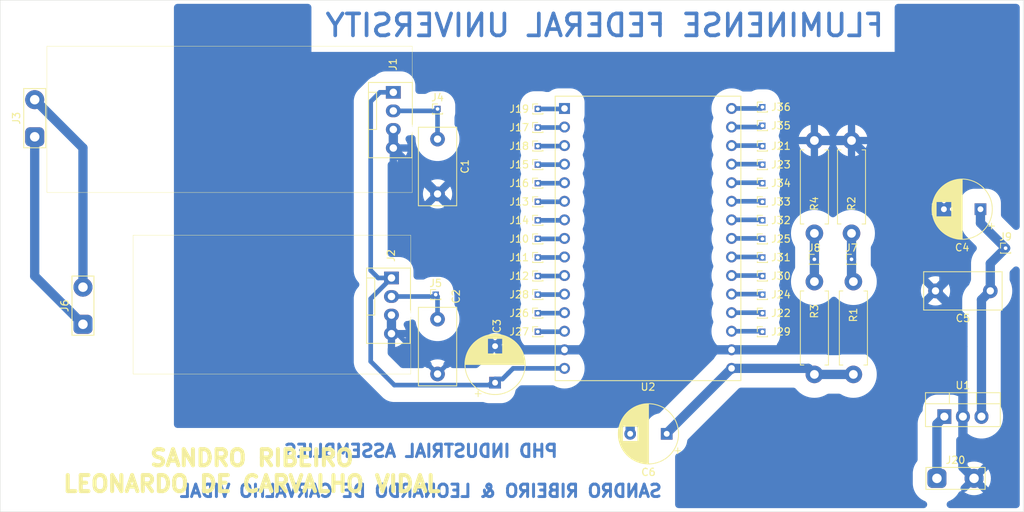
<source format=kicad_pcb>
(kicad_pcb (version 20240108) (generator "pcbnew") (generator_version "8.0")
  (layers (0 "F.Cu" signal) (31 "B.Cu" signal) (34 "B.Paste" user) (35 "F.Paste" user) (36 "B.SilkS" user "B.Silkscreen") (37 "F.SilkS" user "F.Silkscreen") (38 "B.Mask" user) (39 "F.Mask" user) (44 "Edge.Cuts" user))
  (net 0 "")
  (net 1 "Net-(J1-Pin_2)")
  (net 2 "GND")
  (net 3 "Net-(J2-Pin_2)")
  (net 4 "Net-(J1-Pin_1)")
  (net 5 "Net-(J9-Pin_1)")
  (net 6 "Net-(U2-3V3)")
  (net 7 "Net-(J3-Pin_1)")
  (net 8 "Net-(J3-Pin_2)")
  (net 9 "Net-(J7-Pin_1)")
  (net 10 "Net-(J8-Pin_1)")
  (net 11 "Net-(J10-Pin_1)")
  (net 12 "Net-(J11-Pin_1)")
  (net 13 "Net-(J12-Pin_1)")
  (net 14 "Net-(J13-Pin_1)")
  (net 15 "Net-(J14-Pin_1)")
  (net 16 "Net-(J15-Pin_1)")
  (net 17 "Net-(J16-Pin_1)")
  (net 18 "Net-(J17-Pin_1)")
  (net 19 "Net-(J18-Pin_1)")
  (net 20 "Net-(J19-Pin_1)")
  (net 21 "Net-(J20-Pin_1)")
  (net 22 "Net-(J21-Pin_1)")
  (net 23 "Net-(J22-Pin_1)")
  (net 24 "Net-(J23-Pin_1)")
  (net 25 "Net-(J24-Pin_1)")
  (net 26 "Net-(J25-Pin_1)")
  (net 27 "Net-(J26-Pin_1)")
  (net 28 "Net-(J27-Pin_1)")
  (net 29 "Net-(J28-Pin_1)")
  (net 30 "Net-(J29-Pin_1)")
  (net 31 "Net-(J30-Pin_1)")
  (net 32 "Net-(J31-Pin_1)")
  (net 33 "Net-(J32-Pin_1)")
  (net 34 "Net-(J33-Pin_1)")
  (net 35 "Net-(J34-Pin_1)")
  (net 36 "Net-(J35-Pin_1)")
  (net 37 "Net-(J36-Pin_1)")
  (footprint "Connector_PinHeader_1.00mm:PinHeader_1x01_P1.00mm_Vertical" (layer "F.Cu") (at 151.384 53.848)
    (property "Reference" "J19" (at -2.54 0 0) (layer "F.SilkS"))
    (property "Value" "Conn_01x01_Pin" (hide yes))
    (pad "1" thru_hole rect (at 0 0) (size 0.85 0.85) (drill 0.5) (layers "*.Cu" "*.Mask") (net 20 "Net-(J19-Pin_1)"))
  )
  (footprint "Connector_PinHeader_1.00mm:PinHeader_1x01_P1.00mm_Vertical" (layer "F.Cu") (at 151.384 58.928)
    (property "Reference" "J18" (at -2.54 0 0) (layer "F.SilkS"))
    (property "Value" "Conn_01x01_Pin" (hide yes))
    (pad "1" thru_hole rect (at 0 0) (size 0.85 0.85) (drill 0.5) (layers "*.Cu" "*.Mask") (net 19 "Net-(J18-Pin_1)"))
  )
  (footprint "Connector_PinHeader_1.00mm:PinHeader_1x01_P1.00mm_Vertical" (layer "F.Cu") (at 182.118 84.328)
    (property "Reference" "J29" (at 2.54 0 0) (layer "F.SilkS"))
    (property "Value" "Conn_01x01_Pin" (hide yes))
    (pad "1" thru_hole rect (at 0 0) (size 0.85 0.85) (drill 0.5) (layers "*.Cu" "*.Mask") (net 30 "Net-(J29-Pin_1)"))
  )
  (footprint "Connector_PinHeader_1.00mm:PinHeader_1x01_P1.00mm_Vertical" (layer "F.Cu") (at 137.414 79.248)
    (property "Reference" "J5" (at 0 -1.56 0) (layer "F.SilkS"))
    (property "Value" "Conn_01x01_Pin" (hide yes))
    (pad "1" thru_hole rect (at 0 0) (size 0.85 0.85) (drill 0.5) (layers "*.Cu" "*.Mask") (net 3 "Net-(J2-Pin_2)"))
  )
  (footprint "Resistor_THT:R_Axial_DIN0411_L9.9mm_D3.6mm_P12.70mm_Horizontal" (layer "F.Cu") (at 189.23 70.866 90)
    (property "Reference" "R4" (at 4.064 0 90) (layer "F.SilkS"))
    (property "Value" "10 K")
    (pad "1" thru_hole circle (at 0 0 90) (size 2.4 2.4) (drill 1.2) (layers "*.Cu" "*.Mask") (net 10 "Net-(J8-Pin_1)"))
    (pad "2" thru_hole oval (at 12.7 0 90) (size 2.4 2.4) (drill 1.2) (layers "*.Cu" "*.Mask") (net 2 "GND"))
  )
  (footprint "Connector_PinHeader_1.00mm:PinHeader_1x01_P1.00mm_Vertical" (layer "F.Cu") (at 151.384 74.168)
    (property "Reference" "J11" (at -2.54 0 0) (layer "F.SilkS"))
    (property "Value" "Conn_01x01_Pin" (hide yes))
    (pad "1" thru_hole rect (at 0 0) (size 0.85 0.85) (drill 0.5) (layers "*.Cu" "*.Mask") (net 12 "Net-(J11-Pin_1)"))
  )
  (footprint "Connector_PinHeader_1.00mm:PinHeader_1x01_P1.00mm_Vertical" (layer "F.Cu") (at 182.118 61.468)
    (property "Reference" "J23" (at 2.54 0 0) (layer "F.SilkS"))
    (property "Value" "Conn_01x01_Pin" (hide yes))
    (pad "1" thru_hole rect (at 0 0) (size 0.85 0.85) (drill 0.5) (layers "*.Cu" "*.Mask") (net 24 "Net-(J23-Pin_1)"))
  )
  (footprint "Capacitor_THT:C_Disc_D10.5mm_W5.0mm_P7.50mm" (layer "F.Cu") (at 137.668 82.61 -90)
    (property "Reference" "C2" (at -3.108 -2.54 90) (layer "F.SilkS"))
    (property "Value" "100 NF")
    (pad "1" thru_hole circle (at 0 0 270) (size 2 2) (drill 1) (layers "*.Cu" "*.Mask") (net 3 "Net-(J2-Pin_2)"))
    (pad "2" thru_hole circle (at 7.5 0 270) (size 2 2) (drill 1) (layers "*.Cu" "*.Mask") (net 2 "GND"))
  )
  (footprint "Connector_PinHeader_1.00mm:PinHeader_1x01_P1.00mm_Vertical" (layer "F.Cu") (at 182.118 56.134)
    (property "Reference" "J35" (at 2.54 0 0) (layer "F.SilkS"))
    (property "Value" "Conn_01x01_Pin" (hide yes))
    (pad "1" thru_hole rect (at 0 0) (size 0.85 0.85) (drill 0.5) (layers "*.Cu" "*.Mask") (net 36 "Net-(J35-Pin_1)"))
  )
  (footprint "Package_TO_SOT_THT:TO-220-3_Vertical" (layer "F.Cu") (at 207.01 95.941)
    (property "Reference" "U1" (at 2.54 -4.27 0) (layer "F.SilkS"))
    (property "Value" "LM7805_TO220")
    (pad "1" thru_hole rect (at 0 0) (size 1.905 2) (drill 1.1) (layers "*.Cu" "*.Mask") (net 21 "Net-(J20-Pin_1)"))
    (pad "2" thru_hole oval (at 2.54 0) (size 1.905 2) (drill 1.1) (layers "*.Cu" "*.Mask") (net 2 "GND"))
    (pad "3" thru_hole oval (at 5.08 0) (size 1.905 2) (drill 1.1) (layers "*.Cu" "*.Mask") (net 5 "Net-(J9-Pin_1)"))
  )
  (footprint "TestPoint:TestPoint_2Pads_Pitch5.08mm_Drill1.3mm" (layer "F.Cu") (at 205.994 104.394)
    (property "Reference" "J20" (at 2.54 -2.5 0) (layer "F.SilkS"))
    (property "Value" "Screw_Terminal_01x02")
    (pad "1" thru_hole roundrect (at 0 0) (size 2.6 2.6) (drill 1.3) (layers "*.Cu" "*.Mask") (net 21 "Net-(J20-Pin_1)"))
    (pad "2" thru_hole circle (at 5.08 0) (size 2.6 2.6) (drill 1.3) (layers "*.Cu" "*.Mask") (net 2 "GND"))
  )
  (footprint "Capacitor_THT:CP_Radial_D8.0mm_P5.00mm" (layer "F.Cu") (at 169.026651 98.298 180)
    (property "Reference" "C6" (at 2.5 -5.25 0) (layer "F.SilkS"))
    (property "Value" "100 UF")
    (pad "1" thru_hole rect (at 0 0 180) (size 1.6 1.6) (drill 0.8) (layers "*.Cu" "*.Mask") (net 6 "Net-(U2-3V3)"))
    (pad "2" thru_hole circle (at 5 0 180) (size 1.6 1.6) (drill 0.8) (layers "*.Cu" "*.Mask") (net 2 "GND"))
  )
  (footprint "Connector_PinHeader_1.00mm:PinHeader_1x01_P1.00mm_Vertical" (layer "F.Cu") (at 151.384 61.468)
    (property "Reference" "J15" (at -2.54 0 0) (layer "F.SilkS"))
    (property "Value" "Conn_01x01_Pin" (hide yes))
    (pad "1" thru_hole rect (at 0 0) (size 0.85 0.85) (drill 0.5) (layers "*.Cu" "*.Mask") (net 16 "Net-(J15-Pin_1)"))
  )
  (footprint "Connector_PinHeader_1.00mm:PinHeader_1x01_P1.00mm_Vertical" (layer "F.Cu") (at 137.668 53.848)
    (property "Reference" "J4" (at 0 -1.56 0) (layer "F.SilkS"))
    (property "Value" "Conn_01x01_Pin" (hide yes))
    (pad "1" thru_hole rect (at 0 0) (size 0.85 0.85) (drill 0.5) (layers "*.Cu" "*.Mask") (net 1 "Net-(J1-Pin_2)"))
  )
  (footprint "Resistor_THT:R_Axial_DIN0411_L9.9mm_D3.6mm_P12.70mm_Horizontal" (layer "F.Cu") (at 194.31 70.866 90)
    (property "Reference" "R2" (at 4.064 0 90) (layer "F.SilkS"))
    (property "Value" "10 K")
    (pad "1" thru_hole circle (at 0 0 90) (size 2.4 2.4) (drill 1.2) (layers "*.Cu" "*.Mask") (net 9 "Net-(J7-Pin_1)"))
    (pad "2" thru_hole oval (at 12.7 0 90) (size 2.4 2.4) (drill 1.2) (layers "*.Cu" "*.Mask") (net 2 "GND"))
  )
  (footprint "Connector_PinHeader_1.00mm:PinHeader_1x01_P1.00mm_Vertical" (layer "F.Cu") (at 182.118 71.628)
    (property "Reference" "J25" (at 2.54 0 0) (layer "F.SilkS"))
    (property "Value" "Conn_01x01_Pin" (hide yes))
    (pad "1" thru_hole rect (at 0 0) (size 0.85 0.85) (drill 0.5) (layers "*.Cu" "*.Mask") (net 26 "Net-(J25-Pin_1)"))
  )
  (footprint "Connector:FanPinHeader_1x04_P2.54mm_Vertical" (layer "F.Cu") (at 131.618 51.572 -90)
    (property "Reference" "J1" (at -3.82 0.046 90) (layer "F.SilkS"))
    (property "Value" "Conn_01x04_Pin" (hide yes))
    (pad "" np_thru_hole circle (at 5.08 -2.16) (size 1.1 1.1) (drill 1.1) (layers "*.Cu" "*.Mask"))
    (pad "1" thru_hole rect (at 0 0) (size 2.03 1.73) (drill 1.02) (layers "*.Cu" "*.Mask") (net 4 "Net-(J1-Pin_1)"))
    (pad "2" thru_hole oval (at 2.54 0) (size 2.03 1.73) (drill 1.02) (layers "*.Cu" "*.Mask") (net 1 "Net-(J1-Pin_2)"))
    (pad "3" thru_hole oval (at 5.08 0) (size 2.03 1.73) (drill 1.02) (layers "*.Cu" "*.Mask") (net 2 "GND"))
    (pad "4" thru_hole oval (at 7.62 0) (size 2.03 1.73) (drill 1.02) (layers "*.Cu" "*.Mask") (net 2 "GND"))
  )
  (footprint "Connector_PinHeader_1.00mm:PinHeader_1x01_P1.00mm_Vertical" (layer "F.Cu") (at 151.384 66.548)
    (property "Reference" "J13" (at -2.54 0 0) (layer "F.SilkS"))
    (property "Value" "Conn_01x01_Pin" (hide yes))
    (pad "1" thru_hole rect (at 0 0) (size 0.85 0.85) (drill 0.5) (layers "*.Cu" "*.Mask") (net 14 "Net-(J13-Pin_1)"))
  )
  (footprint "Connector_PinHeader_1.00mm:PinHeader_1x01_P1.00mm_Vertical" (layer "F.Cu") (at 151.384 69.088)
    (property "Reference" "J14" (at -2.54 0 0) (layer "F.SilkS"))
    (property "Value" "Conn_01x01_Pin" (hide yes))
    (pad "1" thru_hole rect (at 0 0) (size 0.85 0.85) (drill 0.5) (layers "*.Cu" "*.Mask") (net 15 "Net-(J14-Pin_1)"))
  )
  (footprint "Connector_PinHeader_1.00mm:PinHeader_1x01_P1.00mm_Vertical" (layer "F.Cu") (at 151.384 76.708)
    (property "Reference" "J12" (at -2.54 0 0) (layer "F.SilkS"))
    (property "Value" "Conn_01x01_Pin" (hide yes))
    (pad "1" thru_hole rect (at 0 0) (size 0.85 0.85) (drill 0.5) (layers "*.Cu" "*.Mask") (net 13 "Net-(J12-Pin_1)"))
  )
  (footprint "Connector_PinHeader_1.00mm:PinHeader_1x01_P1.00mm_Vertical" (layer "F.Cu") (at 182.118 69.088)
    (property "Reference" "J32" (at 2.54 0 0) (layer "F.SilkS"))
    (property "Value" "Conn_01x01_Pin" (hide yes))
    (pad "1" thru_hole rect (at 0 0) (size 0.85 0.85) (drill 0.5) (layers "*.Cu" "*.Mask") (net 33 "Net-(J32-Pin_1)"))
  )
  (footprint "Connector_PinHeader_1.00mm:PinHeader_1x01_P1.00mm_Vertical" (layer "F.Cu") (at 189.23 74.422)
    (property "Reference" "J8" (at 0 -1.56 0) (layer "F.SilkS"))
    (property "Value" "Conn_01x01_Pin" (hide yes))
    (pad "1" thru_hole rect (at 0 0) (size 0.85 0.85) (drill 0.5) (layers "*.Cu" "*.Mask") (net 10 "Net-(J8-Pin_1)"))
  )
  (footprint "Connector_PinHeader_1.00mm:PinHeader_1x01_P1.00mm_Vertical" (layer "F.Cu") (at 182.118 58.928)
    (property "Reference" "J21" (at 2.54 0 0) (layer "F.SilkS"))
    (property "Value" "Conn_01x01_Pin" (hide yes))
    (pad "1" thru_hole rect (at 0 0) (size 0.85 0.85) (drill 0.5) (layers "*.Cu" "*.Mask") (net 22 "Net-(J21-Pin_1)"))
  )
  (footprint "Capacitor_THT:CP_Radial_D8.0mm_P5.00mm" (layer "F.Cu") (at 211.952651 67.564 180)
    (property "Reference" "C4" (at 2.5 -5.25 0) (layer "F.SilkS"))
    (property "Value" "100 UF")
    (pad "1" thru_hole rect (at 0 0 180) (size 1.6 1.6) (drill 0.8) (layers "*.Cu" "*.Mask") (net 5 "Net-(J9-Pin_1)"))
    (pad "2" thru_hole circle (at 5 0 180) (size 1.6 1.6) (drill 0.8) (layers "*.Cu" "*.Mask") (net 2 "GND"))
  )
  (footprint "Connector_PinHeader_1.00mm:PinHeader_1x01_P1.00mm_Vertical" (layer "F.Cu") (at 215.392 72.898)
    (property "Reference" "J9" (at 0 -1.56 0) (layer "F.SilkS"))
    (property "Value" "Conn_01x01_Pin" (hide yes))
    (pad "1" thru_hole rect (at 0 0) (size 0.85 0.85) (drill 0.5) (layers "*.Cu" "*.Mask") (net 5 "Net-(J9-Pin_1)"))
  )
  (footprint "Connector_PinHeader_1.00mm:PinHeader_1x01_P1.00mm_Vertical" (layer "F.Cu") (at 182.118 53.594)
    (property "Reference" "J36" (at 2.54 0 0) (layer "F.SilkS"))
    (property "Value" "Conn_01x01_Pin" (hide yes))
    (pad "1" thru_hole rect (at 0 0) (size 0.85 0.85) (drill 0.5) (layers "*.Cu" "*.Mask") (net 37 "Net-(J36-Pin_1)"))
  )
  (footprint "Connector_PinHeader_1.00mm:PinHeader_1x01_P1.00mm_Vertical" (layer "F.Cu") (at 182.118 74.168)
    (property "Reference" "J31" (at 2.54 0 0) (layer "F.SilkS"))
    (property "Value" "Conn_01x01_Pin" (hide yes))
    (pad "1" thru_hole rect (at 0 0) (size 0.85 0.85) (drill 0.5) (layers "*.Cu" "*.Mask") (net 32 "Net-(J31-Pin_1)"))
  )
  (footprint "Connector_PinHeader_1.00mm:PinHeader_1x01_P1.00mm_Vertical" (layer "F.Cu") (at 182.118 79.248)
    (property "Reference" "J24" (at 2.54 0 0) (layer "F.SilkS"))
    (property "Value" "Conn_01x01_Pin" (hide yes))
    (pad "1" thru_hole rect (at 0 0) (size 0.85 0.85) (drill 0.5) (layers "*.Cu" "*.Mask") (net 25 "Net-(J24-Pin_1)"))
  )
  (footprint "Connector_PinHeader_1.00mm:PinHeader_1x01_P1.00mm_Vertical" (layer "F.Cu") (at 182.118 64.008)
    (property "Reference" "J34" (at 2.54 0 0) (layer "F.SilkS"))
    (property "Value" "Conn_01x01_Pin" (hide yes))
    (pad "1" thru_hole rect (at 0 0) (size 0.85 0.85) (drill 0.5) (layers "*.Cu" "*.Mask") (net 35 "Net-(J34-Pin_1)"))
  )
  (footprint "Connector_PinHeader_1.00mm:PinHeader_1x01_P1.00mm_Vertical" (layer "F.Cu") (at 182.118 81.788)
    (property "Reference" "J22" (at 2.54 0 0) (layer "F.SilkS"))
    (property "Value" "Conn_01x01_Pin" (hide yes))
    (pad "1" thru_hole rect (at 0 0) (size 0.85 0.85) (drill 0.5) (layers "*.Cu" "*.Mask") (net 23 "Net-(J22-Pin_1)"))
  )
  (footprint "Connector_PinHeader_1.00mm:PinHeader_1x01_P1.00mm_Vertical" (layer "F.Cu") (at 151.384 56.388)
    (property "Reference" "J17" (at -2.54 0 0) (layer "F.SilkS"))
    (property "Value" "Conn_01x01_Pin" (hide yes))
    (pad "1" thru_hole rect (at 0 0) (size 0.85 0.85) (drill 0.5) (layers "*.Cu" "*.Mask") (net 18 "Net-(J17-Pin_1)"))
  )
  (footprint "TestPoint:TestPoint_2Pads_Pitch5.08mm_Drill1.3mm" (layer "F.Cu") (at 89.154 83.312 90)
    (property "Reference" "J6" (at 2.54 -2.5 90) (layer "F.SilkS"))
    (property "Value" "Screw_Terminal_01x02")
    (pad "1" thru_hole roundrect (at 0 0 90) (size 2.6 2.6) (drill 1.3) (layers "*.Cu" "*.Mask") (net 7 "Net-(J3-Pin_1)"))
    (pad "2" thru_hole circle (at 5.08 0 90) (size 2.6 2.6) (drill 1.3) (layers "*.Cu" "*.Mask") (net 8 "Net-(J3-Pin_2)"))
  )
  (footprint "Capacitor_THT:C_Disc_D10.5mm_W5.0mm_P7.50mm" (layer "F.Cu") (at 137.668 57.972 -90)
    (property "Reference" "C1" (at 3.75 -3.75 90) (layer "F.SilkS"))
    (property "Value" "100 NF")
    (pad "1" thru_hole circle (at 0 0 270) (size 2 2) (drill 1) (layers "*.Cu" "*.Mask") (net 1 "Net-(J1-Pin_2)"))
    (pad "2" thru_hole circle (at 7.5 0 270) (size 2 2) (drill 1) (layers "*.Cu" "*.Mask") (net 2 "GND"))
  )
  (footprint "Capacitor_THT:CP_Radial_D8.0mm_P5.00mm" (layer "F.Cu") (at 145.542 91.302651 90)
    (property "Reference" "C3" (at 7.736651 0.254 90) (layer "F.SilkS"))
    (property "Value" "100 UF")
    (pad "1" thru_hole rect (at 0 0 90) (size 1.6 1.6) (drill 0.8) (layers "*.Cu" "*.Mask") (net 4 "Net-(J1-Pin_1)"))
    (pad "2" thru_hole circle (at 5 0 90) (size 1.6 1.6) (drill 0.8) (layers "*.Cu" "*.Mask") (net 2 "GND"))
  )
  (footprint "Connector_PinHeader_1.00mm:PinHeader_1x01_P1.00mm_Vertical" (layer "F.Cu") (at 151.384 71.628)
    (property "Reference" "J10" (at -2.54 0 0) (layer "F.SilkS"))
    (property "Value" "Conn_01x01_Pin" (hide yes))
    (pad "1" thru_hole rect (at 0 0) (size 0.85 0.85) (drill 0.5) (layers "*.Cu" "*.Mask") (net 11 "Net-(J10-Pin_1)"))
  )
  (footprint "Resistor_THT:R_Axial_DIN0411_L9.9mm_D3.6mm_P12.70mm_Horizontal" (layer "F.Cu") (at 189.23 90.17 90)
    (property "Reference" "R3" (at 8.636 0 90) (layer "F.SilkS"))
    (property "Value" "10 K")
    (pad "1" thru_hole circle (at 0 0 90) (size 2.4 2.4) (drill 1.2) (layers "*.Cu" "*.Mask") (net 6 "Net-(U2-3V3)"))
    (pad "2" thru_hole oval (at 12.7 0 90) (size 2.4 2.4) (drill 1.2) (layers "*.Cu" "*.Mask") (net 10 "Net-(J8-Pin_1)"))
  )
  (footprint "Connector_PinHeader_1.00mm:PinHeader_1x01_P1.00mm_Vertical" (layer "F.Cu") (at 151.384 64.008)
    (property "Reference" "J16" (at -2.54 0 0) (layer "F.SilkS"))
    (property "Value" "Conn_01x01_Pin" (hide yes))
    (pad "1" thru_hole rect (at 0 0) (size 0.85 0.85) (drill 0.5) (layers "*.Cu" "*.Mask") (net 17 "Net-(J16-Pin_1)"))
  )
  (footprint "Connector_PinHeader_1.00mm:PinHeader_1x01_P1.00mm_Vertical" (layer "F.Cu") (at 194.31 74.422)
    (property "Reference" "J7" (at 0 -1.56 0) (layer "F.SilkS"))
    (property "Value" "Conn_01x01_Pin" (hide yes))
    (pad "1" thru_hole rect (at 0 0) (size 0.85 0.85) (drill 0.5) (layers "*.Cu" "*.Mask") (net 9 "Net-(J7-Pin_1)"))
  )
  (footprint "Resistor_THT:R_Axial_DIN0411_L9.9mm_D3.6mm_P12.70mm_Horizontal" (layer "F.Cu") (at 194.564 90.17 90)
    (property "Reference" "R1" (at 8.128 0 90) (layer "F.SilkS"))
    (property "Value" "10 K")
    (pad "1" thru_hole circle (at 0 0 90) (size 2.4 2.4) (drill 1.2) (layers "*.Cu" "*.Mask") (net 6 "Net-(U2-3V3)"))
    (pad "2" thru_hole oval (at 12.7 0 90) (size 2.4 2.4) (drill 1.2) (layers "*.Cu" "*.Mask") (net 9 "Net-(J7-Pin_1)"))
  )
  (footprint "RF_Module:ESP32-C3-DevKitM-1" (layer "F.Cu") (at 155.038 53.782)
    (property "Reference" "U2" (at 11.43 38.1 0) (layer "F.SilkS"))
    (property "Value" "ESP32-C3-LILYGO")
    (pad "1" thru_hole rect (at 0 0) (size 1.5 1.5) (drill 0.9) (layers "*.Cu" "*.Mask") (net 20 "Net-(J19-Pin_1)"))
    (pad "2" thru_hole circle (at 0 2.54) (size 1.5 1.5) (drill 0.9) (layers "*.Cu" "*.Mask") (net 18 "Net-(J17-Pin_1)"))
    (pad "3" thru_hole circle (at 0 5.08) (size 1.5 1.5) (drill 0.9) (layers "*.Cu" "*.Mask") (net 19 "Net-(J18-Pin_1)"))
    (pad "4" thru_hole circle (at 0 7.62) (size 1.5 1.5) (drill 0.9) (layers "*.Cu" "*.Mask") (net 16 "Net-(J15-Pin_1)"))
    (pad "5" thru_hole circle (at 0 10.16) (size 1.5 1.5) (drill 0.9) (layers "*.Cu" "*.Mask") (net 17 "Net-(J16-Pin_1)"))
    (pad "6" thru_hole circle (at 0 12.7) (size 1.5 1.5) (drill 0.9) (layers "*.Cu" "*.Mask") (net 14 "Net-(J13-Pin_1)"))
    (pad "7" thru_hole circle (at 0 15.24) (size 1.5 1.5) (drill 0.9) (layers "*.Cu" "*.Mask") (net 15 "Net-(J14-Pin_1)"))
    (pad "8" thru_hole circle (at 0 17.78) (size 1.5 1.5) (drill 0.9) (layers "*.Cu" "*.Mask") (net 11 "Net-(J10-Pin_1)"))
    (pad "9" thru_hole circle (at 0 20.32) (size 1.5 1.5) (drill 0.9) (layers "*.Cu" "*.Mask") (net 12 "Net-(J11-Pin_1)"))
    (pad "10" thru_hole circle (at 0 22.86) (size 1.5 1.5) (drill 0.9) (layers "*.Cu" "*.Mask") (net 13 "Net-(J12-Pin_1)"))
    (pad "11" thru_hole circle (at 0 25.4) (size 1.5 1.5) (drill 0.9) (layers "*.Cu" "*.Mask") (net 29 "Net-(J28-Pin_1)"))
    (pad "12" thru_hole circle (at 0 27.94) (size 1.5 1.5) (drill 0.9) (layers "*.Cu" "*.Mask") (net 27 "Net-(J26-Pin_1)"))
    (pad "13" thru_hole circle (at 0 30.48) (size 1.5 1.5) (drill 0.9) (layers "*.Cu" "*.Mask") (net 28 "Net-(J27-Pin_1)"))
    (pad "14" thru_hole circle (at 0 33.02) (size 1.5 1.5) (drill 0.9) (layers "*.Cu" "*.Mask") (net 2 "GND"))
    (pad "15" thru_hole circle (at 0 35.56) (size 1.5 1.5) (drill 0.9) (layers "*.Cu" "*.Mask") (net 4 "Net-(J1-Pin_1)"))
    (pad "16" thru_hole circle (at 22.86 35.56) (size 1.5 1.5) (drill 0.9) (layers "*.Cu" "*.Mask") (net 6 "Net-(U2-3V3)"))
    (pad "17" thru_hole circle (at 22.86 33.02) (size 1.5 1.5) (drill 0.9) (layers "*.Cu" "*.Mask") (net 2 "GND"))
    (pad "18" thru_hole circle (at 22.86 30.48) (size 1.5 1.5) (drill 0.9) (layers "*.Cu" "*.Mask") (net 30 "Net-(J29-Pin_1)"))
    (pad "19" thru_hole circle (at 22.86 27.94) (size 1.5 1.5) (drill 0.9) (layers "*.Cu" "*.Mask") (net 23 "Net-(J22-Pin_1)"))
    (pad "20" thru_hole circle (at 22.86 25.4) (size 1.5 1.5) (drill 0.9) (layers "*.Cu" "*.Mask") (net 25 "Net-(J24-Pin_1)"))
    (pad "21" thru_hole circle (at 22.86 22.86) (size 1.5 1.5) (drill 0.9) (layers "*.Cu" "*.Mask") (net 31 "Net-(J30-Pin_1)"))
    (pad "22" thru_hole circle (at 22.86 20.32) (size 1.5 1.5) (drill 0.9) (layers "*.Cu" "*.Mask") (net 32 "Net-(J31-Pin_1)"))
    (pad "23" thru_hole circle (at 22.86 17.78) (size 1.5 1.5) (drill 0.9) (layers "*.Cu" "*.Mask") (net 26 "Net-(J25-Pin_1)"))
    (pad "24" thru_hole circle (at 22.86 15.24) (size 1.5 1.5) (drill 0.9) (layers "*.Cu" "*.Mask") (net 33 "Net-(J32-Pin_1)"))
    (pad "25" thru_hole circle (at 22.86 12.7) (size 1.5 1.5) (drill 0.9) (layers "*.Cu" "*.Mask") (net 34 "Net-(J33-Pin_1)"))
    (pad "26" thru_hole circle (at 22.86 10.16) (size 1.5 1.5) (drill 0.9) (layers "*.Cu" "*.Mask") (net 35 "Net-(J34-Pin_1)"))
    (pad "27" thru_hole circle (at 22.86 7.62) (size 1.5 1.5) (drill 0.9) (layers "*.Cu" "*.Mask") (net 24 "Net-(J23-Pin_1)"))
    (pad "28" thru_hole circle (at 22.86 5.08) (size 1.5 1.5) (drill 0.9) (layers "*.Cu" "*.Mask") (net 22 "Net-(J21-Pin_1)"))
    (pad "29" thru_hole circle (at 22.86 2.54) (size 1.5 1.5) (drill 0.9) (layers "*.Cu" "*.Mask") (net 36 "Net-(J35-Pin_1)"))
    (pad "30" thru_hole circle (at 22.86 0) (size 1.5 1.5) (drill 0.9) (layers "*.Cu" "*.Mask") (net 37 "Net-(J36-Pin_1)"))
  )
  (footprint "Connector:FanPinHeader_1x04_P2.54mm_Vertical" (layer "F.Cu") (at 131.364 76.972 -90)
    (property "Reference" "J2" (at -3.058 0.046 90) (layer "F.SilkS"))
    (property "Value" "Conn_01x04_Pin" (hide yes))
    (pad "" np_thru_hole circle (at 5.08 -2.16) (size 1.1 1.1) (drill 1.1) (layers "*.Cu" "*.Mask"))
    (pad "1" thru_hole rect (at 0 0) (size 2.03 1.73) (drill 1.02) (layers "*.Cu" "*.Mask") (net 4 "Net-(J1-Pin_1)"))
    (pad "2" thru_hole oval (at 2.54 0) (size 2.03 1.73) (drill 1.02) (layers "*.Cu" "*.Mask") (net 3 "Net-(J2-Pin_2)"))
    (pad "3" thru_hole oval (at 5.08 0) (size 2.03 1.73) (drill 1.02) (layers "*.Cu" "*.Mask") (net 2 "GND"))
    (pad "4" thru_hole oval (at 7.62 0) (size 2.03 1.73) (drill 1.02) (layers "*.Cu" "*.Mask") (net 2 "GND"))
  )
  (footprint "Capacitor_THT:C_Disc_D10.5mm_W5.0mm_P7.50mm" (layer "F.Cu") (at 213.3 78.74 180)
    (property "Reference" "C5" (at 3.75 -3.75 0) (layer "F.SilkS"))
    (property "Value" "100 NF")
    (pad "1" thru_hole circle (at 0 0 180) (size 2 2) (drill 1) (layers "*.Cu" "*.Mask") (net 5 "Net-(J9-Pin_1)"))
    (pad "2" thru_hole circle (at 7.5 0 180) (size 2 2) (drill 1) (layers "*.Cu" "*.Mask") (net 2 "GND"))
  )
  (footprint "Connector_PinHeader_1.00mm:PinHeader_1x01_P1.00mm_Vertical" (layer "F.Cu") (at 151.384 81.788)
    (property "Reference" "J26" (at -2.54 0 0) (layer "F.SilkS"))
    (property "Value" "Conn_01x01_Pin" (hide yes))
    (pad "1" thru_hole rect (at 0 0) (size 0.85 0.85) (drill 0.5) (layers "*.Cu" "*.Mask") (net 27 "Net-(J26-Pin_1)"))
  )
  (footprint "TestPoint:TestPoint_2Pads_Pitch5.08mm_Drill1.3mm" (layer "F.Cu") (at 82.55 57.658 90)
    (property "Reference" "J3" (at 2.54 -2.5 90) (layer "F.SilkS"))
    (property "Value" "Screw_Terminal_01x02")
    (pad "1" thru_hole roundrect (at 0 0 90) (size 2.6 2.6) (drill 1.3) (layers "*.Cu" "*.Mask") (net 7 "Net-(J3-Pin_1)"))
    (pad "2" thru_hole circle (at 5.08 0 90) (size 2.6 2.6) (drill 1.3) (layers "*.Cu" "*.Mask") (net 8 "Net-(J3-Pin_2)"))
  )
  (footprint "Connector_PinHeader_1.00mm:PinHeader_1x01_P1.00mm_Vertical" (layer "F.Cu") (at 182.118 76.708)
    (property "Reference" "J30" (at 2.54 0 0) (layer "F.SilkS"))
    (property "Value" "Conn_01x01_Pin" (hide yes))
    (pad "1" thru_hole rect (at 0 0) (size 0.85 0.85) (drill 0.5) (layers "*.Cu" "*.Mask") (net 31 "Net-(J30-Pin_1)"))
  )
  (footprint "Connector_PinHeader_1.00mm:PinHeader_1x01_P1.00mm_Vertical" (layer "F.Cu") (at 182.118 66.548)
    (property "Reference" "J33" (at 2.54 0 0) (layer "F.SilkS"))
    (property "Value" "Conn_01x01_Pin" (hide yes))
    (pad "1" thru_hole rect (at 0 0) (size 0.85 0.85) (drill 0.5) (layers "*.Cu" "*.Mask") (net 34 "Net-(J33-Pin_1)"))
  )
  (footprint "Connector_PinHeader_1.00mm:PinHeader_1x01_P1.00mm_Vertical" (layer "F.Cu") (at 151.384 84.328)
    (property "Reference" "J27" (at -2.54 0 0) (layer "F.SilkS"))
    (property "Value" "Conn_01x01_Pin" (hide yes))
    (pad "1" thru_hole rect (at 0 0) (size 0.85 0.85) (drill 0.5) (layers "*.Cu" "*.Mask") (net 28 "Net-(J27-Pin_1)"))
  )
  (footprint "Connector_PinHeader_1.00mm:PinHeader_1x01_P1.00mm_Vertical" (layer "F.Cu") (at 151.384 79.248)
    (property "Reference" "J28" (at -2.54 0 0) (layer "F.SilkS"))
    (property "Value" "Conn_01x01_Pin" (hide yes))
    (pad "1" thru_hole rect (at 0 0) (size 0.85 0.85) (drill 0.5) (layers "*.Cu" "*.Mask") (net 29 "Net-(J28-Pin_1)"))
  )
  (gr_rect (start 96.012 71.12) (end 134.012 90.12) (stroke (width 0.05)) (fill none) (layer "F.SilkS"))
  (gr_rect (start 84.22 45.278) (end 134.22 65.278) (stroke (width 0.05)) (fill none) (layer "F.SilkS"))
  (gr_rect (start 77.828 38.966) (end 217.828 108.966) (stroke (width 0.05)) (fill none) (layer "Edge.Cuts"))
  (gr_text "FLUMINENSE FEDERAL UNIVERSITY\n" (at 160.528 42.418 0) (layer "B.Cu") (effects (font (size 3 3) (thickness 0.5) (bold yes)) (justify mirror)))
  (gr_text "PHD INDUSTRIAL ASSEMBLIES\n\nSANDRO RIBEIRO & LEONARDO DE CARVALHO VIDAL" (at 135.382 103.378 0) (layer "B.Cu") (effects (font (size 1.7 1.7) (thickness 0.4) (bold yes)) (justify mirror)))
  (gr_text "SANDRO RIBEIRO\nLEONARDO DE CARVALHO VIDAL" (at 112.268 103.378 0) (layer "F.SilkS") (effects (font (size 2.2 2.2) (thickness 0.55) (bold yes))))
  (segment (start 137.404 54.112) (end 137.668 53.848) (width 0.635) (layer "B.Cu") (net 1))
  (segment (start 131.618 54.112) (end 137.404 54.112) (width 0.635) (layer "B.Cu") (net 1))
  (segment (start 137.668 57.972) (end 137.668 53.848) (width 0.635) (layer "B.Cu") (net 1))
  (segment (start 209.55 86.36) (end 209.55 82.49) (width 1.27) (layer "B.Cu") (net 2))
  (segment (start 141.475349 86.302651) (end 145.542 86.302651) (width 0.635) (layer "B.Cu") (net 2))
  (segment (start 209.55 102.87) (end 209.55 95.941) (width 1.27) (layer "B.Cu") (net 2))
  (segment (start 209.55 95.941) (end 209.55 86.36) (width 1.27) (layer "B.Cu") (net 2))
  (segment (start 206.952651 77.587349) (end 205.8 78.74) (width 1.27) (layer "B.Cu") (net 2))
  (segment (start 155.038 86.802) (end 146.041349 86.802) (width 1.27) (layer "B.Cu") (net 2))
  (segment (start 131.364 84.592) (end 131.364 82.052) (width 1.27) (layer "B.Cu") (net 2))
  (segment (start 137.668 90.11) (end 141.475349 86.302651) (width 0.635) (layer "B.Cu") (net 2))
  (segment (start 141.986 69.79) (end 141.986 86.302651) (width 1.27) (layer "B.Cu") (net 2))
  (segment (start 131.364 84.592) (end 132.15 84.592) (width 0.635) (layer "B.Cu") (net 2))
  (segment (start 137.668 90.11) (end 138.178651 90.11) (width 0.635) (layer "B.Cu") (net 2))
  (segment (start 189.23 58.166) (end 194.31 58.166) (width 1.27) (layer "B.Cu") (net 2))
  (segment (start 209.55 82.49) (end 205.8 78.74) (width 1.27) (layer "B.Cu") (net 2))
  (segment (start 131.618 59.192) (end 131.618 59.422) (width 1.27) (layer "B.Cu") (net 2))
  (segment (start 203.708 67.564) (end 206.952651 67.564) (width 1.27) (layer "B.Cu") (net 2))
  (segment (start 194.31 58.166) (end 203.708 67.564) (width 1.27) (layer "B.Cu") (net 2))
  (segment (start 131.378163 82.052) (end 131.364 82.052) (width 1.27) (layer "B.Cu") (net 2))
  (segment (start 209.108 86.802) (end 209.55 86.36) (width 1.27) (layer "B.Cu") (net 2))
  (segment (start 177.898 86.802) (end 209.108 86.802) (width 1.27) (layer "B.Cu") (net 2))
  (segment (start 131.618 59.422) (end 137.668 65.472) (width 1.27) (layer "B.Cu") (net 2))
  (segment (start 164.026651 86.998651) (end 163.83 86.802) (width 1.27) (layer "B.Cu") (net 2))
  (segment (start 164.026651 98.298) (end 164.026651 86.998651) (width 1.27) (layer "B.Cu") (net 2))
  (segment (start 146.041349 86.802) (end 145.542 86.302651) (width 1.27) (layer "B.Cu") (net 2))
  (segment (start 137.668 65.472) (end 141.986 69.79) (width 1.27) (layer "B.Cu") (net 2))
  (segment (start 131.618 56.652) (end 131.618 59.192) (width 1.27) (layer "B.Cu") (net 2))
  (segment (start 163.83 86.802) (end 177.898 86.802) (width 1.27) (layer "B.Cu") (net 2))
  (segment (start 206.952651 67.564) (end 206.952651 77.587349) (width 1.27) (layer "B.Cu") (net 2))
  (segment (start 145.542 86.302651) (end 141.986 86.302651) (width 0.635) (layer "B.Cu") (net 2))
  (segment (start 145.542 86.302651) (end 145.542 86.802) (width 0.635) (layer "B.Cu") (net 2))
  (segment (start 155.038 86.802) (end 163.83 86.802) (width 1.27) (layer "B.Cu") (net 2))
  (segment (start 211.074 104.394) (end 209.55 102.87) (width 1.27) (layer "B.Cu") (net 2))
  (segment (start 132.15 84.592) (end 137.668 90.11) (width 0.635) (layer "B.Cu") (net 2))
  (segment (start 137.668 79.502) (end 137.414 79.248) (width 0.635) (layer "B.Cu") (net 3))
  (segment (start 137.15 79.512) (end 137.414 79.248) (width 0.635) (layer "B.Cu") (net 3))
  (segment (start 131.364 79.512) (end 137.15 79.512) (width 0.635) (layer "B.Cu") (net 3))
  (segment (start 137.668 82.61) (end 137.668 79.502) (width 0.635) (layer "B.Cu") (net 3))
  (segment (start 128.524 88.392) (end 128.524 79.812) (width 0.635) (layer "B.Cu") (net 4))
  (segment (start 131.7595 91.6275) (end 128.524 88.392) (width 0.635) (layer "B.Cu") (net 4))
  (segment (start 147.378325 89.974325) (end 146.558 90.794651) (width 0.635) (layer "B.Cu") (net 4))
  (segment (start 147.32 90.03265) (end 147.378325 89.974325) (width 0.635) (layer "B.Cu") (net 4))
  (segment (start 145.542 91.302651) (end 145.542 90.794651) (width 0.635) (layer "B.Cu") (net 4))
  (segment (start 129.55 76.972) (end 131.364 76.972) (width 0.635) (layer "B.Cu") (net 4))
  (segment (start 128.524 75.946) (end 129.55 76.972) (width 0.635) (layer "B.Cu") (net 4))
  (segment (start 129.784 51.572) (end 128.524 52.832) (width 0.635) (layer "B.Cu") (net 4))
  (segment (start 131.618 51.572) (end 129.784 51.572) (width 0.635) (layer "B.Cu") (net 4))
  (segment (start 148.010651 89.342) (end 147.378325 89.974325) (width 0.635) (layer "B.Cu") (net 4))
  (segment (start 128.524 52.832) (end 128.524 75.946) (width 0.635) (layer "B.Cu") (net 4))
  (segment (start 146.558 90.794651) (end 145.542 90.794651) (width 0.635) (layer "B.Cu") (net 4))
  (segment (start 155.038 89.342) (end 148.010651 89.342) (width 0.635) (layer "B.Cu") (net 4))
  (segment (start 128.524 79.812) (end 131.364 76.972) (width 0.635) (layer "B.Cu") (net 4))
  (segment (start 144.709151 91.6275) (end 131.7595 91.6275) (width 0.635) (layer "B.Cu") (net 4))
  (segment (start 145.542 90.794651) (end 144.709151 91.6275) (width 0.635) (layer "B.Cu") (net 4))
  (segment (start 212.09 95.941) (end 212.09 79.95) (width 1.27) (layer "B.Cu") (net 5))
  (segment (start 213.3 78.74) (end 213.3 74.99) (width 1.27) (layer "B.Cu") (net 5))
  (segment (start 212.09 79.95) (end 213.3 78.74) (width 1.27) (layer "B.Cu") (net 5))
  (segment (start 213.3 74.99) (end 215.392 72.898) (width 1.27) (layer "B.Cu") (net 5))
  (segment (start 211.952651 67.564) (end 211.952651 69.458651) (width 1.27) (layer "B.Cu") (net 5))
  (segment (start 211.952651 69.458651) (end 215.392 72.898) (width 1.27) (layer "B.Cu") (net 5))
  (segment (start 177.898 89.342) (end 188.402 89.342) (width 1.27) (layer "B.Cu") (net 6))
  (segment (start 169.026651 98.298) (end 169.026651 98.213349) (width 1.27) (layer "B.Cu") (net 6))
  (segment (start 189.23 90.17) (end 194.564 90.17) (width 1.27) (layer "B.Cu") (net 6))
  (segment (start 169.026651 98.213349) (end 177.898 89.342) (width 1.27) (layer "B.Cu") (net 6))
  (segment (start 188.402 89.342) (end 189.23 90.17) (width 1.27) (layer "B.Cu") (net 6))
  (segment (start 89.154 83.312) (end 82.55 76.708) (width 1.27) (layer "B.Cu") (net 7))
  (segment (start 82.55 76.708) (end 82.55 57.658) (width 1.27) (layer "B.Cu") (net 7))
  (segment (start 89.154 59.182) (end 82.55 52.578) (width 1.27) (layer "B.Cu") (net 8))
  (segment (start 89.154 78.232) (end 89.154 59.182) (width 1.27) (layer "B.Cu") (net 8))
  (segment (start 194.31 70.866) (end 194.31 74.422) (width 1.27) (layer "B.Cu") (net 9))
  (segment (start 194.31 77.216) (end 194.564 77.47) (width 1.27) (layer "B.Cu") (net 9))
  (segment (start 194.31 74.422) (end 194.31 77.216) (width 1.27) (layer "B.Cu") (net 9))
  (segment (start 189.23 70.866) (end 189.23 74.422) (width 1.27) (layer "B.Cu") (net 10))
  (segment (start 189.23 74.422) (end 189.23 77.47) (width 1.27) (layer "B.Cu") (net 10))
  (segment (start 154.972 71.628) (end 155.038 71.562) (width 0.635) (layer "B.Cu") (net 11))
  (segment (start 151.384 71.628) (end 154.972 71.628) (width 0.635) (layer "B.Cu") (net 11))
  (segment (start 151.384 74.168) (end 154.972 74.168) (width 0.635) (layer "B.Cu") (net 12))
  (segment (start 154.972 74.168) (end 155.038 74.102) (width 0.635) (layer "B.Cu") (net 12))
  (segment (start 154.972 76.708) (end 155.038 76.642) (width 0.635) (layer "B.Cu") (net 13))
  (segment (start 151.384 76.708) (end 154.972 76.708) (width 0.635) (layer "B.Cu") (net 13))
  (segment (start 154.972 66.548) (end 155.038 66.482) (width 0.635) (layer "B.Cu") (net 14))
  (segment (start 151.384 66.548) (end 154.972 66.548) (width 0.635) (layer "B.Cu") (net 14))
  (segment (start 151.384 69.088) (end 154.972 69.088) (width 0.635) (layer "B.Cu") (net 15))
  (segment (start 154.972 69.088) (end 155.038 69.022) (width 0.635) (layer "B.Cu") (net 15))
  (segment (start 151.384 61.468) (end 154.972 61.468) (width 0.635) (layer "B.Cu") (net 16))
  (segment (start 154.972 61.468) (end 155.038 61.402) (width 0.635) (layer "B.Cu") (net 16))
  (segment (start 151.384 64.008) (end 154.972 64.008) (width 0.635) (layer "B.Cu") (net 17))
  (segment (start 154.972 64.008) (end 155.038 63.942) (width 0.635) (layer "B.Cu") (net 17))
  (segment (start 154.972 56.388) (end 155.038 56.322) (width 0.635) (layer "B.Cu") (net 18))
  (segment (start 151.384 56.388) (end 154.972 56.388) (width 0.635) (layer "B.Cu") (net 18))
  (segment (start 154.972 58.928) (end 155.038 58.862) (width 0.635) (layer "B.Cu") (net 19))
  (segment (start 151.384 58.928) (end 154.972 58.928) (width 0.635) (layer "B.Cu") (net 19))
  (segment (start 151.384 53.848) (end 154.972 53.848) (width 0.635) (layer "B.Cu") (net 20))
  (segment (start 154.972 53.848) (end 155.038 53.782) (width 0.635) (layer "B.Cu") (net 20))
  (segment (start 205.994 96.957) (end 207.01 95.941) (width 1.27) (layer "B.Cu") (net 21))
  (segment (start 205.994 104.394) (end 205.994 96.957) (width 1.27) (layer "B.Cu") (net 21))
  (segment (start 182.052 58.862) (end 182.118 58.928) (width 0.635) (layer "B.Cu") (net 22))
  (segment (start 177.898 58.862) (end 182.052 58.862) (width 0.635) (layer "B.Cu") (net 22))
  (segment (start 177.898 81.722) (end 182.052 81.722) (width 0.635) (layer "B.Cu") (net 23))
  (segment (start 182.052 81.722) (end 182.118 81.788) (width 0.635) (layer "B.Cu") (net 23))
  (segment (start 182.052 61.402) (end 182.118 61.468) (width 0.635) (layer "B.Cu") (net 24))
  (segment (start 177.898 61.402) (end 182.052 61.402) (width 0.635) (layer "B.Cu") (net 24))
  (segment (start 177.898 79.182) (end 182.052 79.182) (width 0.635) (layer "B.Cu") (net 25))
  (segment (start 182.052 79.182) (end 182.118 79.248) (width 0.635) (layer "B.Cu") (net 25))
  (segment (start 182.052 71.562) (end 182.118 71.628) (width 0.635) (layer "B.Cu") (net 26))
  (segment (start 177.898 71.562) (end 182.052 71.562) (width 0.635) (layer "B.Cu") (net 26))
  (segment (start 154.972 81.788) (end 155.038 81.722) (width 0.635) (layer "B.Cu") (net 27))
  (segment (start 151.384 81.788) (end 154.972 81.788) (width 0.635) (layer "B.Cu") (net 27))
  (segment (start 154.972 84.328) (end 155.038 84.262) (width 0.635) (layer "B.Cu") (net 28))
  (segment (start 151.384 84.328) (end 154.972 84.328) (width 0.635) (layer "B.Cu") (net 28))
  (segment (start 151.384 79.248) (end 154.972 79.248) (width 0.635) (layer "B.Cu") (net 29))
  (segment (start 154.972 79.248) (end 155.038 79.182) (width 0.635) (layer "B.Cu") (net 29))
  (segment (start 177.898 84.262) (end 182.052 84.262) (width 0.635) (layer "B.Cu") (net 30))
  (segment (start 182.052 84.262) (end 182.118 84.328) (width 0.635) (layer "B.Cu") (net 30))
  (segment (start 182.052 76.642) (end 182.118 76.708) (width 0.635) (layer "B.Cu") (net 31))
  (segment (start 177.898 76.642) (end 182.052 76.642) (width 0.635) (layer "B.Cu") (net 31))
  (segment (start 177.898 74.102) (end 182.052 74.102) (width 0.635) (layer "B.Cu") (net 32))
  (segment (start 182.052 74.102) (end 182.118 74.168) (width 0.635) (layer "B.Cu") (net 32))
  (segment (start 182.052 69.022) (end 182.118 69.088) (width 0.635) (layer "B.Cu") (net 33))
  (segment (start 177.898 69.022) (end 182.052 69.022) (width 0.635) (layer "B.Cu") (net 33))
  (segment (start 182.052 66.482) (end 182.118 66.548) (width 0.635) (layer "B.Cu") (net 34))
  (segment (start 177.898 66.482) (end 182.052 66.482) (width 0.635) (layer "B.Cu") (net 34))
  (segment (start 182.052 63.942) (end 182.118 64.008) (width 0.635) (layer "B.Cu") (net 35))
  (segment (start 177.898 63.942) (end 182.052 63.942) (width 0.635) (layer "B.Cu") (net 35))
  (segment (start 181.93 56.322) (end 182.118 56.134) (width 0.635) (layer "B.Cu") (net 36))
  (segment (start 177.898 56.322) (end 181.93 56.322) (width 0.635) (layer "B.Cu") (net 36))
  (segment (start 181.93 53.782) (end 182.118 53.594) (width 0.635) (layer "B.Cu") (net 37))
  (segment (start 177.898 53.782) (end 181.93 53.782) (width 0.635) (layer "B.Cu") (net 37))
  (zone (net 2) (net_name "GND") (layer "B.Cu") (name "GND") (connect_pads (clearance 2)) (min_thickness 1) (fill yes (thermal_gap 1) (thermal_bridge_width 1) (smoothing chamfer))
    (polygon (pts (xy 101.6 39.116) (xy 101.6 108.966) (xy 217.932 108.712) (xy 217.678 39.116)))
  )
)
</source>
